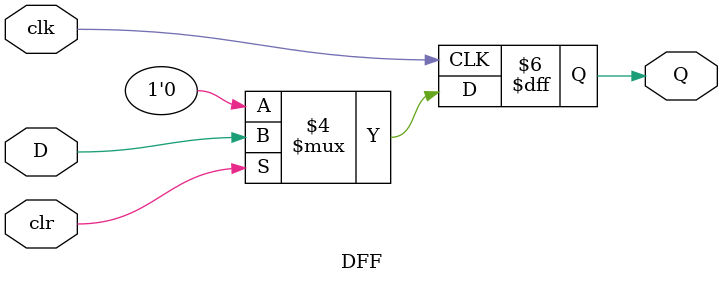
<source format=v>
`timescale 1ns / 1ps

module DFF(input D, clk, clr, output reg Q);

always @(posedge clk)
    begin
        if(!clr)
            Q = 0;
        else
            Q = D;
    end
endmodule

</source>
